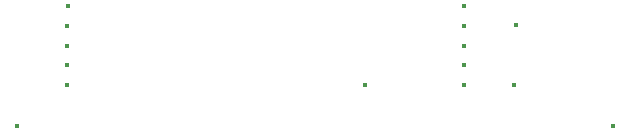
<source format=gbr>
%TF.GenerationSoftware,KiCad,Pcbnew,7.0.9*%
%TF.CreationDate,2024-01-25T10:25:41+02:00*%
%TF.ProjectId,ncscfi-badge2024,6e637363-6669-42d6-9261-646765323032,rev?*%
%TF.SameCoordinates,Original*%
%TF.FileFunction,Plated,1,2,PTH,Drill*%
%TF.FilePolarity,Positive*%
%FSLAX46Y46*%
G04 Gerber Fmt 4.6, Leading zero omitted, Abs format (unit mm)*
G04 Created by KiCad (PCBNEW 7.0.9) date 2024-01-25 10:25:41*
%MOMM*%
%LPD*%
G01*
G04 APERTURE LIST*
%TA.AperFunction,ViaDrill*%
%ADD10C,0.400000*%
%TD*%
G04 APERTURE END LIST*
D10*
X18750000Y-108100000D03*
X22950000Y-99674500D03*
X22950000Y-101329905D03*
X22950000Y-103000000D03*
X22950000Y-104700000D03*
X23000000Y-97950000D03*
X48200000Y-104700000D03*
X56550000Y-97950000D03*
X56550000Y-99650000D03*
X56550000Y-101400000D03*
X56550000Y-104700000D03*
X56574500Y-103000000D03*
X60800000Y-104700000D03*
X61000000Y-99550000D03*
X69200000Y-108100000D03*
M02*

</source>
